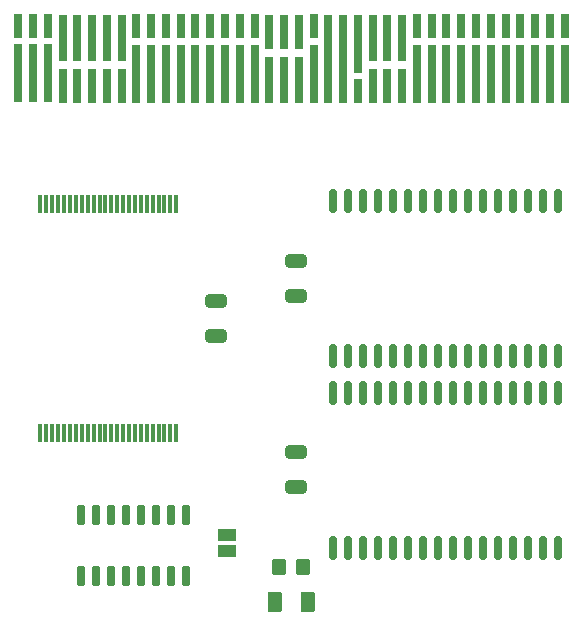
<source format=gbr>
%TF.GenerationSoftware,KiCad,Pcbnew,8.0.7*%
%TF.CreationDate,2025-01-02T16:49:33-06:00*%
%TF.ProjectId,z88-flash-mod,7a38382d-666c-4617-9368-2d6d6f642e6b,rev?*%
%TF.SameCoordinates,Original*%
%TF.FileFunction,Soldermask,Top*%
%TF.FilePolarity,Negative*%
%FSLAX46Y46*%
G04 Gerber Fmt 4.6, Leading zero omitted, Abs format (unit mm)*
G04 Created by KiCad (PCBNEW 8.0.7) date 2025-01-02 16:49:33*
%MOMM*%
%LPD*%
G01*
G04 APERTURE LIST*
G04 Aperture macros list*
%AMRoundRect*
0 Rectangle with rounded corners*
0 $1 Rounding radius*
0 $2 $3 $4 $5 $6 $7 $8 $9 X,Y pos of 4 corners*
0 Add a 4 corners polygon primitive as box body*
4,1,4,$2,$3,$4,$5,$6,$7,$8,$9,$2,$3,0*
0 Add four circle primitives for the rounded corners*
1,1,$1+$1,$2,$3*
1,1,$1+$1,$4,$5*
1,1,$1+$1,$6,$7*
1,1,$1+$1,$8,$9*
0 Add four rect primitives between the rounded corners*
20,1,$1+$1,$2,$3,$4,$5,0*
20,1,$1+$1,$4,$5,$6,$7,0*
20,1,$1+$1,$6,$7,$8,$9,0*
20,1,$1+$1,$8,$9,$2,$3,0*%
G04 Aperture macros list end*
%ADD10RoundRect,0.250000X0.650000X-0.325000X0.650000X0.325000X-0.650000X0.325000X-0.650000X-0.325000X0*%
%ADD11RoundRect,0.150000X-0.150000X0.875000X-0.150000X-0.875000X0.150000X-0.875000X0.150000X0.875000X0*%
%ADD12RoundRect,0.150000X-0.150000X0.725000X-0.150000X-0.725000X0.150000X-0.725000X0.150000X0.725000X0*%
%ADD13RoundRect,0.250000X-0.375000X-0.625000X0.375000X-0.625000X0.375000X0.625000X-0.375000X0.625000X0*%
%ADD14RoundRect,0.075000X0.075000X-0.712500X0.075000X0.712500X-0.075000X0.712500X-0.075000X-0.712500X0*%
%ADD15R,1.500000X1.000000*%
%ADD16RoundRect,0.250000X-0.350000X-0.450000X0.350000X-0.450000X0.350000X0.450000X-0.350000X0.450000X0*%
%ADD17R,0.750000X5.000000*%
%ADD18R,0.750000X2.000000*%
%ADD19R,0.750000X3.000000*%
%ADD20R,0.750000X4.000000*%
%ADD21R,0.750000X7.500000*%
G04 APERTURE END LIST*
D10*
%TO.C,C2*%
X141351000Y-103202000D03*
X141351000Y-100252000D03*
%TD*%
%TO.C,C3*%
X141351000Y-87024000D03*
X141351000Y-84074000D03*
%TD*%
D11*
%TO.C,U2*%
X163576000Y-95250000D03*
X162306000Y-95250000D03*
X161036000Y-95250000D03*
X159766000Y-95250000D03*
X158496000Y-95250000D03*
X157226000Y-95250000D03*
X155956000Y-95250000D03*
X154686000Y-95250000D03*
X153416000Y-95250000D03*
X152146000Y-95250000D03*
X150876000Y-95250000D03*
X149606000Y-95250000D03*
X148336000Y-95250000D03*
X147066000Y-95250000D03*
X145796000Y-95250000D03*
X144526000Y-95250000D03*
X144526000Y-108350000D03*
X145796000Y-108350000D03*
X147066000Y-108350000D03*
X148336000Y-108350000D03*
X149606000Y-108350000D03*
X150876000Y-108350000D03*
X152146000Y-108350000D03*
X153416000Y-108350000D03*
X154686000Y-108350000D03*
X155956000Y-108350000D03*
X157226000Y-108350000D03*
X158496000Y-108350000D03*
X159766000Y-108350000D03*
X161036000Y-108350000D03*
X162306000Y-108350000D03*
X163576000Y-108350000D03*
%TD*%
D12*
%TO.C,U4*%
X132080000Y-105537000D03*
X130810000Y-105537000D03*
X129540000Y-105537000D03*
X128270000Y-105537000D03*
X127000000Y-105537000D03*
X125730000Y-105537000D03*
X124460000Y-105537000D03*
X123190000Y-105537000D03*
X123190000Y-110687000D03*
X124460000Y-110687000D03*
X125730000Y-110687000D03*
X127000000Y-110687000D03*
X128270000Y-110687000D03*
X129540000Y-110687000D03*
X130810000Y-110687000D03*
X132080000Y-110687000D03*
%TD*%
D13*
%TO.C,D1*%
X139570000Y-112903000D03*
X142370000Y-112903000D03*
%TD*%
D14*
%TO.C,U1*%
X119719000Y-98636500D03*
X120219000Y-98636500D03*
X120719000Y-98636500D03*
X121219000Y-98636500D03*
X121719000Y-98636500D03*
X122219000Y-98636500D03*
X122719000Y-98636500D03*
X123219000Y-98636500D03*
X123719000Y-98636500D03*
X124219000Y-98636500D03*
X124719000Y-98636500D03*
X125219000Y-98636500D03*
X125719000Y-98636500D03*
X126219000Y-98636500D03*
X126719000Y-98636500D03*
X127219000Y-98636500D03*
X127719000Y-98636500D03*
X128219000Y-98636500D03*
X128719000Y-98636500D03*
X129219000Y-98636500D03*
X129719000Y-98636500D03*
X130219000Y-98636500D03*
X130719000Y-98636500D03*
X131219000Y-98636500D03*
X131219000Y-79261500D03*
X130719000Y-79261500D03*
X130219000Y-79261500D03*
X129719000Y-79261500D03*
X129219000Y-79261500D03*
X128719000Y-79261500D03*
X128219000Y-79261500D03*
X127719000Y-79261500D03*
X127219000Y-79261500D03*
X126719000Y-79261500D03*
X126219000Y-79261500D03*
X125719000Y-79261500D03*
X125219000Y-79261500D03*
X124719000Y-79261500D03*
X124219000Y-79261500D03*
X123719000Y-79261500D03*
X123219000Y-79261500D03*
X122719000Y-79261500D03*
X122219000Y-79261500D03*
X121719000Y-79261500D03*
X121219000Y-79261500D03*
X120719000Y-79261500D03*
X120219000Y-79261500D03*
X119719000Y-79261500D03*
%TD*%
D15*
%TO.C,512K*%
X135509000Y-108585000D03*
X135509000Y-107285000D03*
%TD*%
D16*
%TO.C,R1*%
X139954000Y-109982000D03*
X141954000Y-109982000D03*
%TD*%
D10*
%TO.C,C1*%
X134620000Y-90375000D03*
X134620000Y-87425000D03*
%TD*%
D17*
%TO.C,J1*%
X164094000Y-68199000D03*
D18*
X164114000Y-64199000D03*
D17*
X162844000Y-68199000D03*
D18*
X162844000Y-64199000D03*
D17*
X161594000Y-68199000D03*
D18*
X161594000Y-64199000D03*
D17*
X160344000Y-68199000D03*
D18*
X160344000Y-64199000D03*
D17*
X159094000Y-68199000D03*
D18*
X159094000Y-64199000D03*
D17*
X157844000Y-68199000D03*
D18*
X157844000Y-64199000D03*
D17*
X156594000Y-68199000D03*
D18*
X156594000Y-64199000D03*
D17*
X155344000Y-68199000D03*
D18*
X155344000Y-64199000D03*
D17*
X154094000Y-68199000D03*
D18*
X154094000Y-64199000D03*
D17*
X152844000Y-68199000D03*
D18*
X152844000Y-64199000D03*
D17*
X151594000Y-68199000D03*
D18*
X151594000Y-64199000D03*
D19*
X150344000Y-69199000D03*
D20*
X150344000Y-65199000D03*
D19*
X149094000Y-69199000D03*
D20*
X149094000Y-65199000D03*
D19*
X147844000Y-69199000D03*
D20*
X147844000Y-65199000D03*
D18*
X146594000Y-69699000D03*
D17*
X146594000Y-65699000D03*
D21*
X145344000Y-66949000D03*
X144094000Y-66949000D03*
D17*
X142844000Y-68199000D03*
D18*
X142844000Y-64199000D03*
D20*
X141594000Y-68699000D03*
D19*
X141594000Y-64699000D03*
D20*
X140344000Y-68699000D03*
D19*
X140344000Y-64699000D03*
D20*
X139094000Y-68699000D03*
D19*
X139094000Y-64699000D03*
D17*
X137844000Y-68199000D03*
D18*
X137844000Y-64199000D03*
D17*
X136594000Y-68199000D03*
D18*
X136594000Y-64199000D03*
D17*
X135344000Y-68199000D03*
D18*
X135344000Y-64199000D03*
D17*
X134094000Y-68199000D03*
D18*
X134094000Y-64199000D03*
D17*
X132844000Y-68199000D03*
D18*
X132844000Y-64199000D03*
D17*
X131594000Y-68199000D03*
D18*
X131594000Y-64199000D03*
D17*
X130344000Y-68199000D03*
D18*
X130344000Y-64199000D03*
D17*
X129094000Y-68199000D03*
D18*
X129094000Y-64199000D03*
D17*
X127844000Y-68199000D03*
D18*
X127844000Y-64199000D03*
D19*
X126594000Y-69199000D03*
D20*
X126594000Y-65199000D03*
D19*
X125344000Y-69199000D03*
D20*
X125344000Y-65199000D03*
D19*
X124094000Y-69199000D03*
D20*
X124094000Y-65199000D03*
D19*
X122844000Y-69199000D03*
D20*
X122844000Y-65199000D03*
D19*
X121594000Y-69199000D03*
D20*
X121594000Y-65199000D03*
D17*
X120344000Y-68144000D03*
D18*
X120344000Y-64199000D03*
D17*
X119094000Y-68144000D03*
D18*
X119094000Y-64199000D03*
D17*
X117844000Y-68144000D03*
D18*
X117844000Y-64199000D03*
%TD*%
D11*
%TO.C,U3*%
X163576000Y-78994000D03*
X162306000Y-78994000D03*
X161036000Y-78994000D03*
X159766000Y-78994000D03*
X158496000Y-78994000D03*
X157226000Y-78994000D03*
X155956000Y-78994000D03*
X154686000Y-78994000D03*
X153416000Y-78994000D03*
X152146000Y-78994000D03*
X150876000Y-78994000D03*
X149606000Y-78994000D03*
X148336000Y-78994000D03*
X147066000Y-78994000D03*
X145796000Y-78994000D03*
X144526000Y-78994000D03*
X144526000Y-92094000D03*
X145796000Y-92094000D03*
X147066000Y-92094000D03*
X148336000Y-92094000D03*
X149606000Y-92094000D03*
X150876000Y-92094000D03*
X152146000Y-92094000D03*
X153416000Y-92094000D03*
X154686000Y-92094000D03*
X155956000Y-92094000D03*
X157226000Y-92094000D03*
X158496000Y-92094000D03*
X159766000Y-92094000D03*
X161036000Y-92094000D03*
X162306000Y-92094000D03*
X163576000Y-92094000D03*
%TD*%
M02*

</source>
